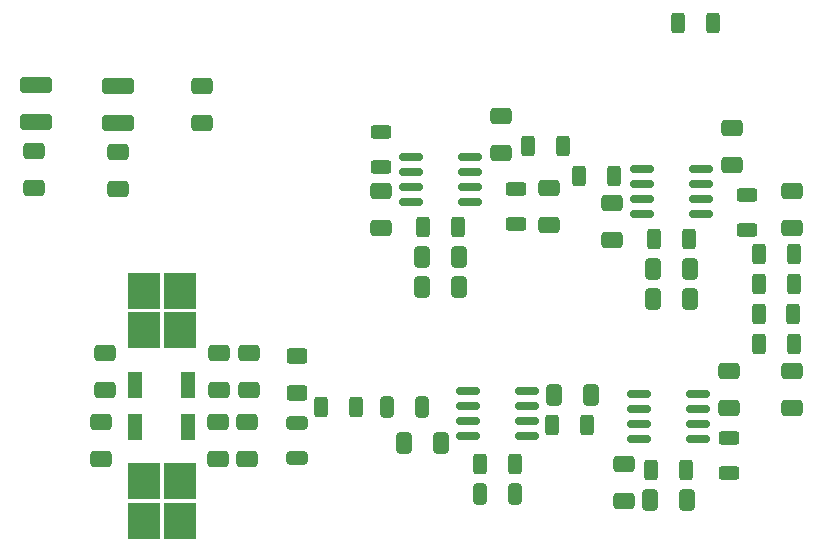
<source format=gbr>
%TF.GenerationSoftware,KiCad,Pcbnew,(6.0.1)*%
%TF.CreationDate,2022-07-28T11:00:42-05:00*%
%TF.ProjectId,proton_detector_amplifier,70726f74-6f6e-45f6-9465-746563746f72,rev?*%
%TF.SameCoordinates,Original*%
%TF.FileFunction,Paste,Top*%
%TF.FilePolarity,Positive*%
%FSLAX46Y46*%
G04 Gerber Fmt 4.6, Leading zero omitted, Abs format (unit mm)*
G04 Created by KiCad (PCBNEW (6.0.1)) date 2022-07-28 11:00:42*
%MOMM*%
%LPD*%
G01*
G04 APERTURE LIST*
G04 Aperture macros list*
%AMRoundRect*
0 Rectangle with rounded corners*
0 $1 Rounding radius*
0 $2 $3 $4 $5 $6 $7 $8 $9 X,Y pos of 4 corners*
0 Add a 4 corners polygon primitive as box body*
4,1,4,$2,$3,$4,$5,$6,$7,$8,$9,$2,$3,0*
0 Add four circle primitives for the rounded corners*
1,1,$1+$1,$2,$3*
1,1,$1+$1,$4,$5*
1,1,$1+$1,$6,$7*
1,1,$1+$1,$8,$9*
0 Add four rect primitives between the rounded corners*
20,1,$1+$1,$2,$3,$4,$5,0*
20,1,$1+$1,$4,$5,$6,$7,0*
20,1,$1+$1,$6,$7,$8,$9,0*
20,1,$1+$1,$8,$9,$2,$3,0*%
G04 Aperture macros list end*
%ADD10RoundRect,0.250000X-0.412500X-0.650000X0.412500X-0.650000X0.412500X0.650000X-0.412500X0.650000X0*%
%ADD11RoundRect,0.250000X-0.312500X-0.625000X0.312500X-0.625000X0.312500X0.625000X-0.312500X0.625000X0*%
%ADD12RoundRect,0.250000X-0.650000X0.412500X-0.650000X-0.412500X0.650000X-0.412500X0.650000X0.412500X0*%
%ADD13RoundRect,0.150000X-0.825000X-0.150000X0.825000X-0.150000X0.825000X0.150000X-0.825000X0.150000X0*%
%ADD14RoundRect,0.250000X0.625000X-0.312500X0.625000X0.312500X-0.625000X0.312500X-0.625000X-0.312500X0*%
%ADD15R,2.750000X3.050000*%
%ADD16R,1.200000X2.200000*%
%ADD17RoundRect,0.250000X0.312500X0.625000X-0.312500X0.625000X-0.312500X-0.625000X0.312500X-0.625000X0*%
%ADD18RoundRect,0.250000X0.650000X-0.412500X0.650000X0.412500X-0.650000X0.412500X-0.650000X-0.412500X0*%
%ADD19RoundRect,0.150000X0.825000X0.150000X-0.825000X0.150000X-0.825000X-0.150000X0.825000X-0.150000X0*%
%ADD20RoundRect,0.250000X-0.325000X-0.650000X0.325000X-0.650000X0.325000X0.650000X-0.325000X0.650000X0*%
%ADD21RoundRect,0.250000X0.625000X-0.400000X0.625000X0.400000X-0.625000X0.400000X-0.625000X-0.400000X0*%
%ADD22RoundRect,0.250000X-1.100000X0.412500X-1.100000X-0.412500X1.100000X-0.412500X1.100000X0.412500X0*%
%ADD23RoundRect,0.250000X0.412500X0.650000X-0.412500X0.650000X-0.412500X-0.650000X0.412500X-0.650000X0*%
%ADD24RoundRect,0.250000X0.650000X-0.325000X0.650000X0.325000X-0.650000X0.325000X-0.650000X-0.325000X0*%
%ADD25RoundRect,0.250000X-0.625000X0.312500X-0.625000X-0.312500X0.625000X-0.312500X0.625000X0.312500X0*%
G04 APERTURE END LIST*
D10*
%TO.C,C26*%
X62953500Y-66548000D03*
X66078500Y-66548000D03*
%TD*%
D11*
%TO.C,R6*%
X91501500Y-63754000D03*
X94426500Y-63754000D03*
%TD*%
D10*
%TO.C,C21*%
X82511500Y-67564000D03*
X85636500Y-67564000D03*
%TD*%
D12*
%TO.C,C20*%
X89154000Y-53047500D03*
X89154000Y-56172500D03*
%TD*%
D13*
%TO.C,IC2*%
X66867000Y-75311000D03*
X66867000Y-76581000D03*
X66867000Y-77851000D03*
X66867000Y-79121000D03*
X71817000Y-79121000D03*
X71817000Y-77851000D03*
X71817000Y-76581000D03*
X71817000Y-75311000D03*
%TD*%
D14*
%TO.C,R16*%
X70866000Y-61152500D03*
X70866000Y-58227500D03*
%TD*%
D15*
%TO.C,U1*%
X39369000Y-82975000D03*
X39369000Y-86325000D03*
X42419000Y-82975000D03*
X42419000Y-86325000D03*
D16*
X43174000Y-78350000D03*
X38614000Y-78350000D03*
%TD*%
D17*
%TO.C,R13*%
X74868500Y-54610000D03*
X71943500Y-54610000D03*
%TD*%
D18*
%TO.C,C10*%
X48129000Y-81049500D03*
X48129000Y-77924500D03*
%TD*%
D14*
%TO.C,R15*%
X59436000Y-56326500D03*
X59436000Y-53401500D03*
%TD*%
D17*
%TO.C,R4*%
X94426500Y-66294000D03*
X91501500Y-66294000D03*
%TD*%
D14*
%TO.C,R9*%
X90424000Y-61660500D03*
X90424000Y-58735500D03*
%TD*%
D12*
%TO.C,C27*%
X69596000Y-52031500D03*
X69596000Y-55156500D03*
%TD*%
D13*
%TO.C,IC4*%
X81345000Y-75565000D03*
X81345000Y-76835000D03*
X81345000Y-78105000D03*
X81345000Y-79375000D03*
X86295000Y-79375000D03*
X86295000Y-78105000D03*
X86295000Y-76835000D03*
X86295000Y-75565000D03*
%TD*%
D17*
%TO.C,R7*%
X87568500Y-44196000D03*
X84643500Y-44196000D03*
%TD*%
D11*
%TO.C,R-P/Z1*%
X91501500Y-71374000D03*
X94426500Y-71374000D03*
%TD*%
D15*
%TO.C,U2*%
X39370000Y-70187000D03*
X42420000Y-66837000D03*
X39370000Y-66837000D03*
X42420000Y-70187000D03*
D16*
X38615000Y-74812000D03*
X43175000Y-74812000D03*
%TD*%
D12*
%TO.C,C18*%
X94234000Y-58381500D03*
X94234000Y-61506500D03*
%TD*%
D18*
%TO.C,C11*%
X48260000Y-75270500D03*
X48260000Y-72145500D03*
%TD*%
D11*
%TO.C,R8*%
X73975500Y-78232000D03*
X76900500Y-78232000D03*
%TD*%
D19*
%TO.C,IC3*%
X86549000Y-60325000D03*
X86549000Y-59055000D03*
X86549000Y-57785000D03*
X86549000Y-56515000D03*
X81599000Y-56515000D03*
X81599000Y-57785000D03*
X81599000Y-59055000D03*
X81599000Y-60325000D03*
%TD*%
D12*
%TO.C,C3*%
X30086000Y-55041000D03*
X30086000Y-58166000D03*
%TD*%
D10*
%TO.C,C28*%
X82511500Y-65024000D03*
X85636500Y-65024000D03*
%TD*%
D18*
%TO.C,C16*%
X78994000Y-62522500D03*
X78994000Y-59397500D03*
%TD*%
D11*
%TO.C,R3*%
X91440000Y-68834000D03*
X94365000Y-68834000D03*
%TD*%
D18*
%TO.C,C7*%
X36068000Y-75270500D03*
X36068000Y-72145500D03*
%TD*%
D20*
%TO.C,C14*%
X59993000Y-76716000D03*
X62943000Y-76716000D03*
%TD*%
D18*
%TO.C,C9*%
X45720000Y-75270500D03*
X45720000Y-72145500D03*
%TD*%
D21*
%TO.C,R1*%
X52324000Y-75464000D03*
X52324000Y-72364000D03*
%TD*%
D22*
%TO.C,C1*%
X30226000Y-49453000D03*
X30226000Y-52578000D03*
%TD*%
D11*
%TO.C,R11*%
X82357500Y-82042000D03*
X85282500Y-82042000D03*
%TD*%
D10*
%TO.C,C30*%
X62953500Y-64008000D03*
X66078500Y-64008000D03*
%TD*%
D18*
%TO.C,C25*%
X59436000Y-61506500D03*
X59436000Y-58381500D03*
%TD*%
D23*
%TO.C,C15*%
X77254500Y-75692000D03*
X74129500Y-75692000D03*
%TD*%
D18*
%TO.C,C8*%
X45715000Y-81049500D03*
X45715000Y-77924500D03*
%TD*%
D12*
%TO.C,C13*%
X94234000Y-73621500D03*
X94234000Y-76746500D03*
%TD*%
D20*
%TO.C,C17*%
X67867000Y-84074000D03*
X70817000Y-84074000D03*
%TD*%
D11*
%TO.C,R2*%
X54417500Y-76708000D03*
X57342500Y-76708000D03*
%TD*%
D12*
%TO.C,C22*%
X88900000Y-73621500D03*
X88900000Y-76746500D03*
%TD*%
D24*
%TO.C,C12*%
X52324000Y-80977000D03*
X52324000Y-78027000D03*
%TD*%
D17*
%TO.C,R12*%
X79186500Y-57150000D03*
X76261500Y-57150000D03*
%TD*%
D23*
%TO.C,C29*%
X85382500Y-84582000D03*
X82257500Y-84582000D03*
%TD*%
D10*
%TO.C,C19*%
X61429500Y-79756000D03*
X64554500Y-79756000D03*
%TD*%
D19*
%TO.C,IC5*%
X66991000Y-59309000D03*
X66991000Y-58039000D03*
X66991000Y-56769000D03*
X66991000Y-55499000D03*
X62041000Y-55499000D03*
X62041000Y-56769000D03*
X62041000Y-58039000D03*
X62041000Y-59309000D03*
%TD*%
D12*
%TO.C,C6*%
X35809000Y-77924500D03*
X35809000Y-81049500D03*
%TD*%
D22*
%TO.C,C4*%
X37196000Y-49522000D03*
X37196000Y-52647000D03*
%TD*%
D17*
%TO.C,R10*%
X85536500Y-62484000D03*
X82611500Y-62484000D03*
%TD*%
D18*
%TO.C,C24*%
X80010000Y-84620500D03*
X80010000Y-81495500D03*
%TD*%
D12*
%TO.C,C5*%
X37183000Y-55071500D03*
X37183000Y-58196500D03*
%TD*%
D25*
%TO.C,R14*%
X88900000Y-79309500D03*
X88900000Y-82234500D03*
%TD*%
D17*
%TO.C,R17*%
X65978500Y-61468000D03*
X63053500Y-61468000D03*
%TD*%
D12*
%TO.C,C2*%
X44308000Y-49483500D03*
X44308000Y-52608500D03*
%TD*%
D18*
%TO.C,C23*%
X73660000Y-61252500D03*
X73660000Y-58127500D03*
%TD*%
D11*
%TO.C,R5*%
X67879500Y-81534000D03*
X70804500Y-81534000D03*
%TD*%
M02*

</source>
